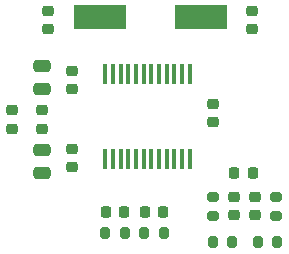
<source format=gbr>
%TF.GenerationSoftware,KiCad,Pcbnew,7.0.7*%
%TF.CreationDate,2025-04-13T10:38:35+09:30*%
%TF.ProjectId,MCP3909_Breakout,4d435033-3930-4395-9f42-7265616b6f75,rev?*%
%TF.SameCoordinates,Original*%
%TF.FileFunction,Paste,Top*%
%TF.FilePolarity,Positive*%
%FSLAX46Y46*%
G04 Gerber Fmt 4.6, Leading zero omitted, Abs format (unit mm)*
G04 Created by KiCad (PCBNEW 7.0.7) date 2025-04-13 10:38:35*
%MOMM*%
%LPD*%
G01*
G04 APERTURE LIST*
G04 Aperture macros list*
%AMRoundRect*
0 Rectangle with rounded corners*
0 $1 Rounding radius*
0 $2 $3 $4 $5 $6 $7 $8 $9 X,Y pos of 4 corners*
0 Add a 4 corners polygon primitive as box body*
4,1,4,$2,$3,$4,$5,$6,$7,$8,$9,$2,$3,0*
0 Add four circle primitives for the rounded corners*
1,1,$1+$1,$2,$3*
1,1,$1+$1,$4,$5*
1,1,$1+$1,$6,$7*
1,1,$1+$1,$8,$9*
0 Add four rect primitives between the rounded corners*
20,1,$1+$1,$2,$3,$4,$5,0*
20,1,$1+$1,$4,$5,$6,$7,0*
20,1,$1+$1,$6,$7,$8,$9,0*
20,1,$1+$1,$8,$9,$2,$3,0*%
G04 Aperture macros list end*
%ADD10RoundRect,0.225000X-0.250000X0.225000X-0.250000X-0.225000X0.250000X-0.225000X0.250000X0.225000X0*%
%ADD11RoundRect,0.200000X0.200000X0.275000X-0.200000X0.275000X-0.200000X-0.275000X0.200000X-0.275000X0*%
%ADD12RoundRect,0.200000X0.275000X-0.200000X0.275000X0.200000X-0.275000X0.200000X-0.275000X-0.200000X0*%
%ADD13RoundRect,0.250000X-0.475000X0.250000X-0.475000X-0.250000X0.475000X-0.250000X0.475000X0.250000X0*%
%ADD14RoundRect,0.200000X-0.200000X-0.275000X0.200000X-0.275000X0.200000X0.275000X-0.200000X0.275000X0*%
%ADD15RoundRect,0.225000X0.225000X0.250000X-0.225000X0.250000X-0.225000X-0.250000X0.225000X-0.250000X0*%
%ADD16R,4.500000X2.000000*%
%ADD17RoundRect,0.218750X-0.256250X0.218750X-0.256250X-0.218750X0.256250X-0.218750X0.256250X0.218750X0*%
%ADD18RoundRect,0.225000X0.250000X-0.225000X0.250000X0.225000X-0.250000X0.225000X-0.250000X-0.225000X0*%
%ADD19R,0.450000X1.750000*%
G04 APERTURE END LIST*
D10*
%TO.C,C9*%
X151892000Y-88887000D03*
X151892000Y-90437000D03*
%TD*%
D11*
%TO.C,R4*%
X141096000Y-107696000D03*
X139446000Y-107696000D03*
%TD*%
D12*
%TO.C,R5*%
X153924000Y-106235000D03*
X153924000Y-104585000D03*
%TD*%
D13*
%TO.C,C8*%
X134112000Y-93538000D03*
X134112000Y-95438000D03*
%TD*%
D14*
%TO.C,R1*%
X148527000Y-108458000D03*
X150177000Y-108458000D03*
%TD*%
D10*
%TO.C,C7*%
X136652000Y-93967000D03*
X136652000Y-95517000D03*
%TD*%
D12*
%TO.C,R6*%
X148590000Y-106235000D03*
X148590000Y-104585000D03*
%TD*%
D10*
%TO.C,C10*%
X134620000Y-88887000D03*
X134620000Y-90437000D03*
%TD*%
D15*
%TO.C,C5*%
X151905000Y-102616000D03*
X150355000Y-102616000D03*
%TD*%
D13*
%TO.C,C11*%
X134112000Y-100650000D03*
X134112000Y-102550000D03*
%TD*%
D15*
%TO.C,C3*%
X144348000Y-105918000D03*
X142798000Y-105918000D03*
%TD*%
D10*
%TO.C,C6*%
X148590000Y-96761000D03*
X148590000Y-98311000D03*
%TD*%
D16*
%TO.C,Y1*%
X147506000Y-89408000D03*
X139006000Y-89408000D03*
%TD*%
D14*
%TO.C,R3*%
X142748000Y-107696000D03*
X144398000Y-107696000D03*
%TD*%
D17*
%TO.C,FB1*%
X134112000Y-97256500D03*
X134112000Y-98831500D03*
%TD*%
D10*
%TO.C,C1*%
X152146000Y-104635000D03*
X152146000Y-106185000D03*
%TD*%
D18*
%TO.C,C2*%
X150368000Y-106185000D03*
X150368000Y-104635000D03*
%TD*%
D17*
%TO.C,FB2*%
X131572000Y-97256500D03*
X131572000Y-98831500D03*
%TD*%
D15*
%TO.C,C4*%
X141046000Y-105918000D03*
X139496000Y-105918000D03*
%TD*%
D19*
%TO.C,U1*%
X139427000Y-101390000D03*
X140077000Y-101390000D03*
X140727000Y-101390000D03*
X141377000Y-101390000D03*
X142027000Y-101390000D03*
X142677000Y-101390000D03*
X143327000Y-101390000D03*
X143977000Y-101390000D03*
X144627000Y-101390000D03*
X145277000Y-101390000D03*
X145927000Y-101390000D03*
X146577000Y-101390000D03*
X146577000Y-94190000D03*
X145927000Y-94190000D03*
X145277000Y-94190000D03*
X144627000Y-94190000D03*
X143977000Y-94190000D03*
X143327000Y-94190000D03*
X142677000Y-94190000D03*
X142027000Y-94190000D03*
X141377000Y-94190000D03*
X140727000Y-94190000D03*
X140077000Y-94190000D03*
X139427000Y-94190000D03*
%TD*%
D10*
%TO.C,C12*%
X136652000Y-100571000D03*
X136652000Y-102121000D03*
%TD*%
D14*
%TO.C,R2*%
X152337000Y-108458000D03*
X153987000Y-108458000D03*
%TD*%
M02*

</source>
